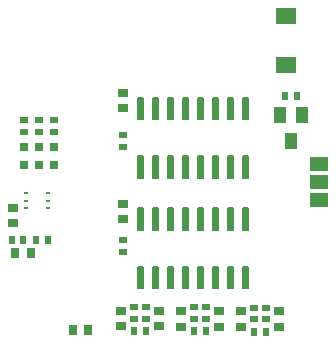
<source format=gtp>
G04 EAGLE Gerber RS-274X export*
G75*
%MOMM*%
%FSLAX34Y34*%
%LPD*%
%INSolderpaste Top*%
%IPPOS*%
%AMOC8*
5,1,8,0,0,1.08239X$1,22.5*%
G01*
%ADD10C,0.150000*%
%ADD11R,0.450000X0.250000*%
%ADD12R,0.600000X0.700000*%
%ADD13R,0.900000X0.700000*%
%ADD14R,1.800000X1.350000*%
%ADD15R,0.800000X0.800000*%
%ADD16R,0.700000X0.600000*%
%ADD17R,0.700000X0.900000*%
%ADD18R,1.600200X1.168400*%
%ADD19R,1.000000X1.400000*%


D10*
X177500Y96750D02*
X177500Y78550D01*
X173000Y78550D01*
X173000Y96750D01*
X177500Y96750D01*
X177500Y79975D02*
X173000Y79975D01*
X173000Y81400D02*
X177500Y81400D01*
X177500Y82825D02*
X173000Y82825D01*
X173000Y84250D02*
X177500Y84250D01*
X177500Y85675D02*
X173000Y85675D01*
X173000Y87100D02*
X177500Y87100D01*
X177500Y88525D02*
X173000Y88525D01*
X173000Y89950D02*
X177500Y89950D01*
X177500Y91375D02*
X173000Y91375D01*
X173000Y92800D02*
X177500Y92800D01*
X177500Y94225D02*
X173000Y94225D01*
X173000Y95650D02*
X177500Y95650D01*
X190200Y96750D02*
X190200Y78550D01*
X185700Y78550D01*
X185700Y96750D01*
X190200Y96750D01*
X190200Y79975D02*
X185700Y79975D01*
X185700Y81400D02*
X190200Y81400D01*
X190200Y82825D02*
X185700Y82825D01*
X185700Y84250D02*
X190200Y84250D01*
X190200Y85675D02*
X185700Y85675D01*
X185700Y87100D02*
X190200Y87100D01*
X190200Y88525D02*
X185700Y88525D01*
X185700Y89950D02*
X190200Y89950D01*
X190200Y91375D02*
X185700Y91375D01*
X185700Y92800D02*
X190200Y92800D01*
X190200Y94225D02*
X185700Y94225D01*
X185700Y95650D02*
X190200Y95650D01*
X202900Y96750D02*
X202900Y78550D01*
X198400Y78550D01*
X198400Y96750D01*
X202900Y96750D01*
X202900Y79975D02*
X198400Y79975D01*
X198400Y81400D02*
X202900Y81400D01*
X202900Y82825D02*
X198400Y82825D01*
X198400Y84250D02*
X202900Y84250D01*
X202900Y85675D02*
X198400Y85675D01*
X198400Y87100D02*
X202900Y87100D01*
X202900Y88525D02*
X198400Y88525D01*
X198400Y89950D02*
X202900Y89950D01*
X202900Y91375D02*
X198400Y91375D01*
X198400Y92800D02*
X202900Y92800D01*
X202900Y94225D02*
X198400Y94225D01*
X198400Y95650D02*
X202900Y95650D01*
X215600Y96750D02*
X215600Y78550D01*
X211100Y78550D01*
X211100Y96750D01*
X215600Y96750D01*
X215600Y79975D02*
X211100Y79975D01*
X211100Y81400D02*
X215600Y81400D01*
X215600Y82825D02*
X211100Y82825D01*
X211100Y84250D02*
X215600Y84250D01*
X215600Y85675D02*
X211100Y85675D01*
X211100Y87100D02*
X215600Y87100D01*
X215600Y88525D02*
X211100Y88525D01*
X211100Y89950D02*
X215600Y89950D01*
X215600Y91375D02*
X211100Y91375D01*
X211100Y92800D02*
X215600Y92800D01*
X215600Y94225D02*
X211100Y94225D01*
X211100Y95650D02*
X215600Y95650D01*
X228300Y96750D02*
X228300Y78550D01*
X223800Y78550D01*
X223800Y96750D01*
X228300Y96750D01*
X228300Y79975D02*
X223800Y79975D01*
X223800Y81400D02*
X228300Y81400D01*
X228300Y82825D02*
X223800Y82825D01*
X223800Y84250D02*
X228300Y84250D01*
X228300Y85675D02*
X223800Y85675D01*
X223800Y87100D02*
X228300Y87100D01*
X228300Y88525D02*
X223800Y88525D01*
X223800Y89950D02*
X228300Y89950D01*
X228300Y91375D02*
X223800Y91375D01*
X223800Y92800D02*
X228300Y92800D01*
X228300Y94225D02*
X223800Y94225D01*
X223800Y95650D02*
X228300Y95650D01*
X241000Y96750D02*
X241000Y78550D01*
X236500Y78550D01*
X236500Y96750D01*
X241000Y96750D01*
X241000Y79975D02*
X236500Y79975D01*
X236500Y81400D02*
X241000Y81400D01*
X241000Y82825D02*
X236500Y82825D01*
X236500Y84250D02*
X241000Y84250D01*
X241000Y85675D02*
X236500Y85675D01*
X236500Y87100D02*
X241000Y87100D01*
X241000Y88525D02*
X236500Y88525D01*
X236500Y89950D02*
X241000Y89950D01*
X241000Y91375D02*
X236500Y91375D01*
X236500Y92800D02*
X241000Y92800D01*
X241000Y94225D02*
X236500Y94225D01*
X236500Y95650D02*
X241000Y95650D01*
X253700Y96750D02*
X253700Y78550D01*
X249200Y78550D01*
X249200Y96750D01*
X253700Y96750D01*
X253700Y79975D02*
X249200Y79975D01*
X249200Y81400D02*
X253700Y81400D01*
X253700Y82825D02*
X249200Y82825D01*
X249200Y84250D02*
X253700Y84250D01*
X253700Y85675D02*
X249200Y85675D01*
X249200Y87100D02*
X253700Y87100D01*
X253700Y88525D02*
X249200Y88525D01*
X249200Y89950D02*
X253700Y89950D01*
X253700Y91375D02*
X249200Y91375D01*
X249200Y92800D02*
X253700Y92800D01*
X253700Y94225D02*
X249200Y94225D01*
X249200Y95650D02*
X253700Y95650D01*
X266400Y96750D02*
X266400Y78550D01*
X261900Y78550D01*
X261900Y96750D01*
X266400Y96750D01*
X266400Y79975D02*
X261900Y79975D01*
X261900Y81400D02*
X266400Y81400D01*
X266400Y82825D02*
X261900Y82825D01*
X261900Y84250D02*
X266400Y84250D01*
X266400Y85675D02*
X261900Y85675D01*
X261900Y87100D02*
X266400Y87100D01*
X266400Y88525D02*
X261900Y88525D01*
X261900Y89950D02*
X266400Y89950D01*
X266400Y91375D02*
X261900Y91375D01*
X261900Y92800D02*
X266400Y92800D01*
X266400Y94225D02*
X261900Y94225D01*
X261900Y95650D02*
X266400Y95650D01*
X266400Y128050D02*
X266400Y146250D01*
X266400Y128050D02*
X261900Y128050D01*
X261900Y146250D01*
X266400Y146250D01*
X266400Y129475D02*
X261900Y129475D01*
X261900Y130900D02*
X266400Y130900D01*
X266400Y132325D02*
X261900Y132325D01*
X261900Y133750D02*
X266400Y133750D01*
X266400Y135175D02*
X261900Y135175D01*
X261900Y136600D02*
X266400Y136600D01*
X266400Y138025D02*
X261900Y138025D01*
X261900Y139450D02*
X266400Y139450D01*
X266400Y140875D02*
X261900Y140875D01*
X261900Y142300D02*
X266400Y142300D01*
X266400Y143725D02*
X261900Y143725D01*
X261900Y145150D02*
X266400Y145150D01*
X253700Y146250D02*
X253700Y128050D01*
X249200Y128050D01*
X249200Y146250D01*
X253700Y146250D01*
X253700Y129475D02*
X249200Y129475D01*
X249200Y130900D02*
X253700Y130900D01*
X253700Y132325D02*
X249200Y132325D01*
X249200Y133750D02*
X253700Y133750D01*
X253700Y135175D02*
X249200Y135175D01*
X249200Y136600D02*
X253700Y136600D01*
X253700Y138025D02*
X249200Y138025D01*
X249200Y139450D02*
X253700Y139450D01*
X253700Y140875D02*
X249200Y140875D01*
X249200Y142300D02*
X253700Y142300D01*
X253700Y143725D02*
X249200Y143725D01*
X249200Y145150D02*
X253700Y145150D01*
X241000Y146250D02*
X241000Y128050D01*
X236500Y128050D01*
X236500Y146250D01*
X241000Y146250D01*
X241000Y129475D02*
X236500Y129475D01*
X236500Y130900D02*
X241000Y130900D01*
X241000Y132325D02*
X236500Y132325D01*
X236500Y133750D02*
X241000Y133750D01*
X241000Y135175D02*
X236500Y135175D01*
X236500Y136600D02*
X241000Y136600D01*
X241000Y138025D02*
X236500Y138025D01*
X236500Y139450D02*
X241000Y139450D01*
X241000Y140875D02*
X236500Y140875D01*
X236500Y142300D02*
X241000Y142300D01*
X241000Y143725D02*
X236500Y143725D01*
X236500Y145150D02*
X241000Y145150D01*
X228300Y146250D02*
X228300Y128050D01*
X223800Y128050D01*
X223800Y146250D01*
X228300Y146250D01*
X228300Y129475D02*
X223800Y129475D01*
X223800Y130900D02*
X228300Y130900D01*
X228300Y132325D02*
X223800Y132325D01*
X223800Y133750D02*
X228300Y133750D01*
X228300Y135175D02*
X223800Y135175D01*
X223800Y136600D02*
X228300Y136600D01*
X228300Y138025D02*
X223800Y138025D01*
X223800Y139450D02*
X228300Y139450D01*
X228300Y140875D02*
X223800Y140875D01*
X223800Y142300D02*
X228300Y142300D01*
X228300Y143725D02*
X223800Y143725D01*
X223800Y145150D02*
X228300Y145150D01*
X215600Y146250D02*
X215600Y128050D01*
X211100Y128050D01*
X211100Y146250D01*
X215600Y146250D01*
X215600Y129475D02*
X211100Y129475D01*
X211100Y130900D02*
X215600Y130900D01*
X215600Y132325D02*
X211100Y132325D01*
X211100Y133750D02*
X215600Y133750D01*
X215600Y135175D02*
X211100Y135175D01*
X211100Y136600D02*
X215600Y136600D01*
X215600Y138025D02*
X211100Y138025D01*
X211100Y139450D02*
X215600Y139450D01*
X215600Y140875D02*
X211100Y140875D01*
X211100Y142300D02*
X215600Y142300D01*
X215600Y143725D02*
X211100Y143725D01*
X211100Y145150D02*
X215600Y145150D01*
X202900Y146250D02*
X202900Y128050D01*
X198400Y128050D01*
X198400Y146250D01*
X202900Y146250D01*
X202900Y129475D02*
X198400Y129475D01*
X198400Y130900D02*
X202900Y130900D01*
X202900Y132325D02*
X198400Y132325D01*
X198400Y133750D02*
X202900Y133750D01*
X202900Y135175D02*
X198400Y135175D01*
X198400Y136600D02*
X202900Y136600D01*
X202900Y138025D02*
X198400Y138025D01*
X198400Y139450D02*
X202900Y139450D01*
X202900Y140875D02*
X198400Y140875D01*
X198400Y142300D02*
X202900Y142300D01*
X202900Y143725D02*
X198400Y143725D01*
X198400Y145150D02*
X202900Y145150D01*
X190200Y146250D02*
X190200Y128050D01*
X185700Y128050D01*
X185700Y146250D01*
X190200Y146250D01*
X190200Y129475D02*
X185700Y129475D01*
X185700Y130900D02*
X190200Y130900D01*
X190200Y132325D02*
X185700Y132325D01*
X185700Y133750D02*
X190200Y133750D01*
X190200Y135175D02*
X185700Y135175D01*
X185700Y136600D02*
X190200Y136600D01*
X190200Y138025D02*
X185700Y138025D01*
X185700Y139450D02*
X190200Y139450D01*
X190200Y140875D02*
X185700Y140875D01*
X185700Y142300D02*
X190200Y142300D01*
X190200Y143725D02*
X185700Y143725D01*
X185700Y145150D02*
X190200Y145150D01*
X177500Y146250D02*
X177500Y128050D01*
X173000Y128050D01*
X173000Y146250D01*
X177500Y146250D01*
X177500Y129475D02*
X173000Y129475D01*
X173000Y130900D02*
X177500Y130900D01*
X177500Y132325D02*
X173000Y132325D01*
X173000Y133750D02*
X177500Y133750D01*
X177500Y135175D02*
X173000Y135175D01*
X173000Y136600D02*
X177500Y136600D01*
X177500Y138025D02*
X173000Y138025D01*
X173000Y139450D02*
X177500Y139450D01*
X177500Y140875D02*
X173000Y140875D01*
X173000Y142300D02*
X177500Y142300D01*
X177500Y143725D02*
X173000Y143725D01*
X173000Y145150D02*
X177500Y145150D01*
X177440Y172092D02*
X177440Y190292D01*
X177440Y172092D02*
X172940Y172092D01*
X172940Y190292D01*
X177440Y190292D01*
X177440Y173517D02*
X172940Y173517D01*
X172940Y174942D02*
X177440Y174942D01*
X177440Y176367D02*
X172940Y176367D01*
X172940Y177792D02*
X177440Y177792D01*
X177440Y179217D02*
X172940Y179217D01*
X172940Y180642D02*
X177440Y180642D01*
X177440Y182067D02*
X172940Y182067D01*
X172940Y183492D02*
X177440Y183492D01*
X177440Y184917D02*
X172940Y184917D01*
X172940Y186342D02*
X177440Y186342D01*
X177440Y187767D02*
X172940Y187767D01*
X172940Y189192D02*
X177440Y189192D01*
X190140Y190292D02*
X190140Y172092D01*
X185640Y172092D01*
X185640Y190292D01*
X190140Y190292D01*
X190140Y173517D02*
X185640Y173517D01*
X185640Y174942D02*
X190140Y174942D01*
X190140Y176367D02*
X185640Y176367D01*
X185640Y177792D02*
X190140Y177792D01*
X190140Y179217D02*
X185640Y179217D01*
X185640Y180642D02*
X190140Y180642D01*
X190140Y182067D02*
X185640Y182067D01*
X185640Y183492D02*
X190140Y183492D01*
X190140Y184917D02*
X185640Y184917D01*
X185640Y186342D02*
X190140Y186342D01*
X190140Y187767D02*
X185640Y187767D01*
X185640Y189192D02*
X190140Y189192D01*
X202840Y190292D02*
X202840Y172092D01*
X198340Y172092D01*
X198340Y190292D01*
X202840Y190292D01*
X202840Y173517D02*
X198340Y173517D01*
X198340Y174942D02*
X202840Y174942D01*
X202840Y176367D02*
X198340Y176367D01*
X198340Y177792D02*
X202840Y177792D01*
X202840Y179217D02*
X198340Y179217D01*
X198340Y180642D02*
X202840Y180642D01*
X202840Y182067D02*
X198340Y182067D01*
X198340Y183492D02*
X202840Y183492D01*
X202840Y184917D02*
X198340Y184917D01*
X198340Y186342D02*
X202840Y186342D01*
X202840Y187767D02*
X198340Y187767D01*
X198340Y189192D02*
X202840Y189192D01*
X215540Y190292D02*
X215540Y172092D01*
X211040Y172092D01*
X211040Y190292D01*
X215540Y190292D01*
X215540Y173517D02*
X211040Y173517D01*
X211040Y174942D02*
X215540Y174942D01*
X215540Y176367D02*
X211040Y176367D01*
X211040Y177792D02*
X215540Y177792D01*
X215540Y179217D02*
X211040Y179217D01*
X211040Y180642D02*
X215540Y180642D01*
X215540Y182067D02*
X211040Y182067D01*
X211040Y183492D02*
X215540Y183492D01*
X215540Y184917D02*
X211040Y184917D01*
X211040Y186342D02*
X215540Y186342D01*
X215540Y187767D02*
X211040Y187767D01*
X211040Y189192D02*
X215540Y189192D01*
X228240Y190292D02*
X228240Y172092D01*
X223740Y172092D01*
X223740Y190292D01*
X228240Y190292D01*
X228240Y173517D02*
X223740Y173517D01*
X223740Y174942D02*
X228240Y174942D01*
X228240Y176367D02*
X223740Y176367D01*
X223740Y177792D02*
X228240Y177792D01*
X228240Y179217D02*
X223740Y179217D01*
X223740Y180642D02*
X228240Y180642D01*
X228240Y182067D02*
X223740Y182067D01*
X223740Y183492D02*
X228240Y183492D01*
X228240Y184917D02*
X223740Y184917D01*
X223740Y186342D02*
X228240Y186342D01*
X228240Y187767D02*
X223740Y187767D01*
X223740Y189192D02*
X228240Y189192D01*
X240940Y190292D02*
X240940Y172092D01*
X236440Y172092D01*
X236440Y190292D01*
X240940Y190292D01*
X240940Y173517D02*
X236440Y173517D01*
X236440Y174942D02*
X240940Y174942D01*
X240940Y176367D02*
X236440Y176367D01*
X236440Y177792D02*
X240940Y177792D01*
X240940Y179217D02*
X236440Y179217D01*
X236440Y180642D02*
X240940Y180642D01*
X240940Y182067D02*
X236440Y182067D01*
X236440Y183492D02*
X240940Y183492D01*
X240940Y184917D02*
X236440Y184917D01*
X236440Y186342D02*
X240940Y186342D01*
X240940Y187767D02*
X236440Y187767D01*
X236440Y189192D02*
X240940Y189192D01*
X253640Y190292D02*
X253640Y172092D01*
X249140Y172092D01*
X249140Y190292D01*
X253640Y190292D01*
X253640Y173517D02*
X249140Y173517D01*
X249140Y174942D02*
X253640Y174942D01*
X253640Y176367D02*
X249140Y176367D01*
X249140Y177792D02*
X253640Y177792D01*
X253640Y179217D02*
X249140Y179217D01*
X249140Y180642D02*
X253640Y180642D01*
X253640Y182067D02*
X249140Y182067D01*
X249140Y183492D02*
X253640Y183492D01*
X253640Y184917D02*
X249140Y184917D01*
X249140Y186342D02*
X253640Y186342D01*
X253640Y187767D02*
X249140Y187767D01*
X249140Y189192D02*
X253640Y189192D01*
X266340Y190292D02*
X266340Y172092D01*
X261840Y172092D01*
X261840Y190292D01*
X266340Y190292D01*
X266340Y173517D02*
X261840Y173517D01*
X261840Y174942D02*
X266340Y174942D01*
X266340Y176367D02*
X261840Y176367D01*
X261840Y177792D02*
X266340Y177792D01*
X266340Y179217D02*
X261840Y179217D01*
X261840Y180642D02*
X266340Y180642D01*
X266340Y182067D02*
X261840Y182067D01*
X261840Y183492D02*
X266340Y183492D01*
X266340Y184917D02*
X261840Y184917D01*
X261840Y186342D02*
X266340Y186342D01*
X266340Y187767D02*
X261840Y187767D01*
X261840Y189192D02*
X266340Y189192D01*
X266340Y221592D02*
X266340Y239792D01*
X266340Y221592D02*
X261840Y221592D01*
X261840Y239792D01*
X266340Y239792D01*
X266340Y223017D02*
X261840Y223017D01*
X261840Y224442D02*
X266340Y224442D01*
X266340Y225867D02*
X261840Y225867D01*
X261840Y227292D02*
X266340Y227292D01*
X266340Y228717D02*
X261840Y228717D01*
X261840Y230142D02*
X266340Y230142D01*
X266340Y231567D02*
X261840Y231567D01*
X261840Y232992D02*
X266340Y232992D01*
X266340Y234417D02*
X261840Y234417D01*
X261840Y235842D02*
X266340Y235842D01*
X266340Y237267D02*
X261840Y237267D01*
X261840Y238692D02*
X266340Y238692D01*
X253640Y239792D02*
X253640Y221592D01*
X249140Y221592D01*
X249140Y239792D01*
X253640Y239792D01*
X253640Y223017D02*
X249140Y223017D01*
X249140Y224442D02*
X253640Y224442D01*
X253640Y225867D02*
X249140Y225867D01*
X249140Y227292D02*
X253640Y227292D01*
X253640Y228717D02*
X249140Y228717D01*
X249140Y230142D02*
X253640Y230142D01*
X253640Y231567D02*
X249140Y231567D01*
X249140Y232992D02*
X253640Y232992D01*
X253640Y234417D02*
X249140Y234417D01*
X249140Y235842D02*
X253640Y235842D01*
X253640Y237267D02*
X249140Y237267D01*
X249140Y238692D02*
X253640Y238692D01*
X240940Y239792D02*
X240940Y221592D01*
X236440Y221592D01*
X236440Y239792D01*
X240940Y239792D01*
X240940Y223017D02*
X236440Y223017D01*
X236440Y224442D02*
X240940Y224442D01*
X240940Y225867D02*
X236440Y225867D01*
X236440Y227292D02*
X240940Y227292D01*
X240940Y228717D02*
X236440Y228717D01*
X236440Y230142D02*
X240940Y230142D01*
X240940Y231567D02*
X236440Y231567D01*
X236440Y232992D02*
X240940Y232992D01*
X240940Y234417D02*
X236440Y234417D01*
X236440Y235842D02*
X240940Y235842D01*
X240940Y237267D02*
X236440Y237267D01*
X236440Y238692D02*
X240940Y238692D01*
X228240Y239792D02*
X228240Y221592D01*
X223740Y221592D01*
X223740Y239792D01*
X228240Y239792D01*
X228240Y223017D02*
X223740Y223017D01*
X223740Y224442D02*
X228240Y224442D01*
X228240Y225867D02*
X223740Y225867D01*
X223740Y227292D02*
X228240Y227292D01*
X228240Y228717D02*
X223740Y228717D01*
X223740Y230142D02*
X228240Y230142D01*
X228240Y231567D02*
X223740Y231567D01*
X223740Y232992D02*
X228240Y232992D01*
X228240Y234417D02*
X223740Y234417D01*
X223740Y235842D02*
X228240Y235842D01*
X228240Y237267D02*
X223740Y237267D01*
X223740Y238692D02*
X228240Y238692D01*
X215540Y239792D02*
X215540Y221592D01*
X211040Y221592D01*
X211040Y239792D01*
X215540Y239792D01*
X215540Y223017D02*
X211040Y223017D01*
X211040Y224442D02*
X215540Y224442D01*
X215540Y225867D02*
X211040Y225867D01*
X211040Y227292D02*
X215540Y227292D01*
X215540Y228717D02*
X211040Y228717D01*
X211040Y230142D02*
X215540Y230142D01*
X215540Y231567D02*
X211040Y231567D01*
X211040Y232992D02*
X215540Y232992D01*
X215540Y234417D02*
X211040Y234417D01*
X211040Y235842D02*
X215540Y235842D01*
X215540Y237267D02*
X211040Y237267D01*
X211040Y238692D02*
X215540Y238692D01*
X202840Y239792D02*
X202840Y221592D01*
X198340Y221592D01*
X198340Y239792D01*
X202840Y239792D01*
X202840Y223017D02*
X198340Y223017D01*
X198340Y224442D02*
X202840Y224442D01*
X202840Y225867D02*
X198340Y225867D01*
X198340Y227292D02*
X202840Y227292D01*
X202840Y228717D02*
X198340Y228717D01*
X198340Y230142D02*
X202840Y230142D01*
X202840Y231567D02*
X198340Y231567D01*
X198340Y232992D02*
X202840Y232992D01*
X202840Y234417D02*
X198340Y234417D01*
X198340Y235842D02*
X202840Y235842D01*
X202840Y237267D02*
X198340Y237267D01*
X198340Y238692D02*
X202840Y238692D01*
X190140Y239792D02*
X190140Y221592D01*
X185640Y221592D01*
X185640Y239792D01*
X190140Y239792D01*
X190140Y223017D02*
X185640Y223017D01*
X185640Y224442D02*
X190140Y224442D01*
X190140Y225867D02*
X185640Y225867D01*
X185640Y227292D02*
X190140Y227292D01*
X190140Y228717D02*
X185640Y228717D01*
X185640Y230142D02*
X190140Y230142D01*
X190140Y231567D02*
X185640Y231567D01*
X185640Y232992D02*
X190140Y232992D01*
X190140Y234417D02*
X185640Y234417D01*
X185640Y235842D02*
X190140Y235842D01*
X190140Y237267D02*
X185640Y237267D01*
X185640Y238692D02*
X190140Y238692D01*
X177440Y239792D02*
X177440Y221592D01*
X172940Y221592D01*
X172940Y239792D01*
X177440Y239792D01*
X177440Y223017D02*
X172940Y223017D01*
X172940Y224442D02*
X177440Y224442D01*
X177440Y225867D02*
X172940Y225867D01*
X172940Y227292D02*
X177440Y227292D01*
X177440Y228717D02*
X172940Y228717D01*
X172940Y230142D02*
X177440Y230142D01*
X177440Y231567D02*
X172940Y231567D01*
X172940Y232992D02*
X177440Y232992D01*
X177440Y234417D02*
X172940Y234417D01*
X172940Y235842D02*
X177440Y235842D01*
X177440Y237267D02*
X172940Y237267D01*
X172940Y238692D02*
X177440Y238692D01*
D11*
X96592Y146100D03*
X96592Y152600D03*
X96592Y159100D03*
X78092Y159100D03*
X78092Y152600D03*
X78092Y146100D03*
D12*
X75892Y119066D03*
X65892Y119066D03*
X96506Y119041D03*
X86506Y119041D03*
D13*
X67470Y146737D03*
X67470Y133737D03*
D14*
X298368Y267504D03*
X298368Y309004D03*
D15*
X101600Y198000D03*
X101600Y183000D03*
X88900Y198000D03*
X88900Y183000D03*
X76200Y198000D03*
X76200Y183000D03*
D16*
X101600Y220900D03*
X101600Y210900D03*
X88900Y220900D03*
X88900Y210900D03*
X76200Y220900D03*
X76200Y210900D03*
D12*
X179485Y42153D03*
X169485Y42153D03*
D16*
X179501Y62507D03*
X179501Y52507D03*
X169458Y62511D03*
X169458Y52511D03*
D12*
X220446Y41950D03*
X230446Y41950D03*
D16*
X220374Y52289D03*
X220374Y62289D03*
X230484Y52302D03*
X230484Y62302D03*
D12*
X281085Y41804D03*
X271085Y41804D03*
D16*
X271081Y62172D03*
X271081Y52172D03*
X281100Y62165D03*
X281100Y52165D03*
D13*
X158459Y59308D03*
X158459Y46308D03*
X190579Y59270D03*
X190579Y46270D03*
X209466Y59003D03*
X209466Y46003D03*
X241558Y59045D03*
X241558Y46045D03*
X259923Y58884D03*
X259923Y45884D03*
X292598Y58925D03*
X292598Y45925D03*
D16*
X160540Y119600D03*
X160540Y109600D03*
D13*
X160331Y137236D03*
X160331Y150236D03*
D16*
X160322Y208236D03*
X160322Y198236D03*
D13*
X160363Y230771D03*
X160363Y243771D03*
D17*
X117581Y43114D03*
X130581Y43114D03*
D18*
X326224Y153551D03*
X326224Y168791D03*
X326224Y184031D03*
D12*
X297671Y241073D03*
X307671Y241073D03*
D17*
X69057Y108195D03*
X82057Y108195D03*
D19*
X302533Y202874D03*
X293033Y224874D03*
X312033Y224874D03*
M02*

</source>
